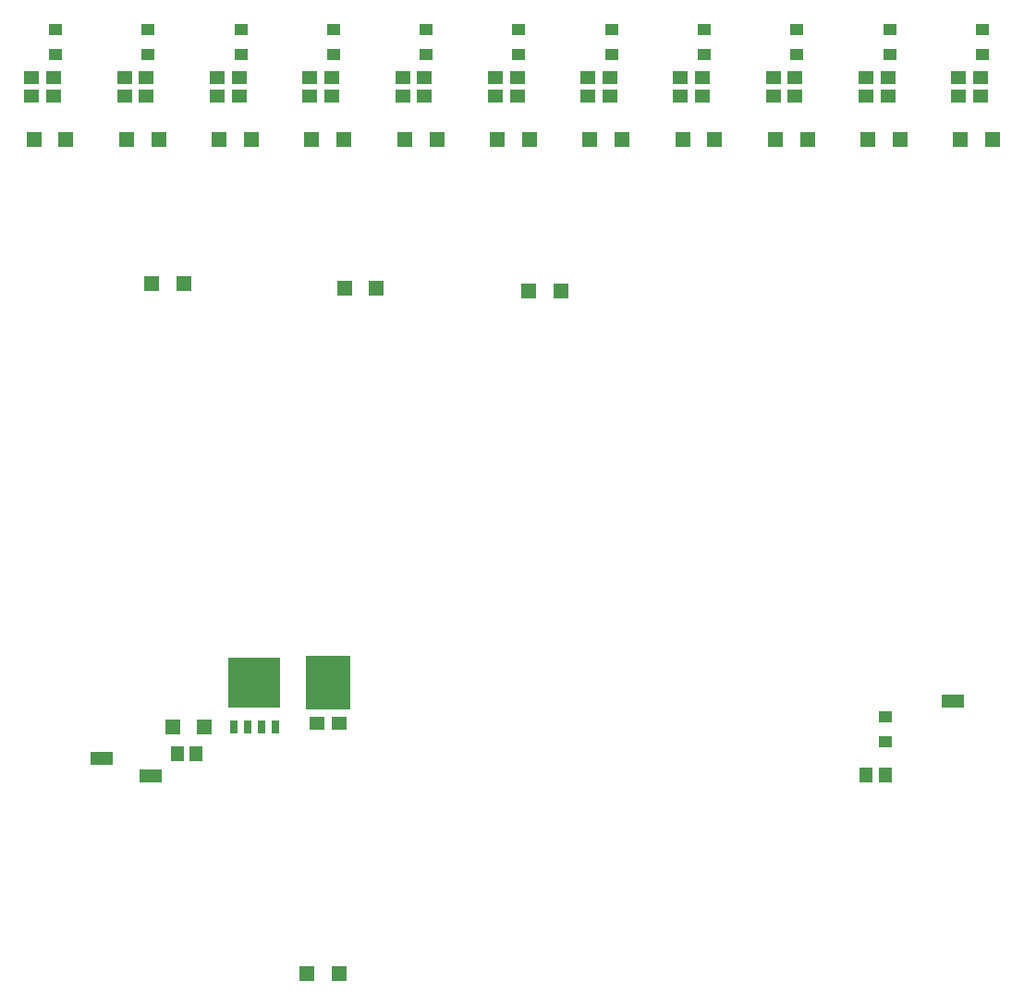
<source format=gbr>
%TF.GenerationSoftware,Altium Limited,Altium Designer,19.0.10 (269)*%
G04 Layer_Color=8421504*
%FSLAX26Y26*%
%MOIN*%
%TF.FileFunction,Paste,Top*%
%TF.Part,Single*%
G01*
G75*
%TA.AperFunction,SMDPad,CuDef*%
%ADD10R,0.053150X0.057087*%
%ADD11R,0.051181X0.043307*%
%ADD12R,0.053150X0.045276*%
%ADD13R,0.080709X0.045276*%
%ADD14R,0.045276X0.053150*%
%ADD15R,0.185039X0.181102*%
%ADD16R,0.027559X0.045276*%
%ADD17R,0.057087X0.051181*%
%ADD18R,0.163386X0.192913*%
D10*
X2787071Y3139000D02*
D03*
X2670929D02*
D03*
X1428622Y3167000D02*
D03*
X1312480D02*
D03*
X2122330Y3149999D02*
D03*
X2006189D02*
D03*
X1870108Y677000D02*
D03*
X1986249D02*
D03*
X1670943Y3686000D02*
D03*
X1554801D02*
D03*
X1336652D02*
D03*
X1220510D02*
D03*
X1002361D02*
D03*
X886220D02*
D03*
X2005233D02*
D03*
X1889092D02*
D03*
X3676686D02*
D03*
X3560545D02*
D03*
X4345267D02*
D03*
X4229126D02*
D03*
X4010977D02*
D03*
X3894835D02*
D03*
X2673814D02*
D03*
X2557673D02*
D03*
X2339524D02*
D03*
X2223382D02*
D03*
X3342396D02*
D03*
X3226254D02*
D03*
X3008105D02*
D03*
X2891963D02*
D03*
X1502362Y1564362D02*
D03*
X1386221D02*
D03*
D11*
X1967162Y3990724D02*
D03*
Y4081276D02*
D03*
X2301453Y3990724D02*
D03*
Y4081276D02*
D03*
X2635744Y3990724D02*
D03*
Y4081276D02*
D03*
X2970034Y3990724D02*
D03*
Y4081276D02*
D03*
X3304325Y3990724D02*
D03*
Y4081276D02*
D03*
X3638615Y3990724D02*
D03*
Y4081276D02*
D03*
X3972906Y3990724D02*
D03*
Y4081276D02*
D03*
X4307197Y3990724D02*
D03*
Y4081276D02*
D03*
X1632872Y3990724D02*
D03*
Y4081276D02*
D03*
X1298581Y3990724D02*
D03*
Y4081276D02*
D03*
X964291Y3990724D02*
D03*
Y4081276D02*
D03*
X3958308Y1601071D02*
D03*
Y1510520D02*
D03*
D12*
X879016Y3841276D02*
D03*
Y3910173D02*
D03*
X1213307Y3841276D02*
D03*
Y3910173D02*
D03*
X1547597Y3841276D02*
D03*
Y3910173D02*
D03*
X1881888Y3841276D02*
D03*
Y3910173D02*
D03*
X2216179Y3841276D02*
D03*
Y3910173D02*
D03*
X3887632Y3841276D02*
D03*
Y3910173D02*
D03*
X4221922Y3841276D02*
D03*
Y3910173D02*
D03*
X3553341Y3841276D02*
D03*
Y3910173D02*
D03*
X3219050Y3841276D02*
D03*
Y3910173D02*
D03*
X2884760Y3841276D02*
D03*
Y3910173D02*
D03*
X2550469Y3841276D02*
D03*
Y3910173D02*
D03*
X3632633Y3910174D02*
D03*
Y3841276D02*
D03*
X3966923Y3910174D02*
D03*
Y3841276D02*
D03*
X4301214Y3910174D02*
D03*
Y3841276D02*
D03*
X1961179Y3910174D02*
D03*
Y3841276D02*
D03*
X2295470Y3910174D02*
D03*
Y3841276D02*
D03*
X2629761Y3910174D02*
D03*
Y3841276D02*
D03*
X2964051Y3910174D02*
D03*
Y3841276D02*
D03*
X3298342Y3910174D02*
D03*
Y3841276D02*
D03*
X1626889Y3910174D02*
D03*
Y3841276D02*
D03*
X958308Y3910174D02*
D03*
Y3841276D02*
D03*
X1292598Y3910174D02*
D03*
Y3841276D02*
D03*
D13*
X1130000Y1451783D02*
D03*
X4200000Y1660000D02*
D03*
X1307000Y1389627D02*
D03*
D14*
X3889411Y1393000D02*
D03*
X3958308D02*
D03*
X1471740Y1469362D02*
D03*
X1402843D02*
D03*
D15*
X1681923Y1724173D02*
D03*
D16*
X1756923Y1566693D02*
D03*
X1706923D02*
D03*
X1656923D02*
D03*
X1606923D02*
D03*
D17*
X1906920Y1579055D02*
D03*
X1986920D02*
D03*
D18*
X1946920Y1725000D02*
D03*
%TF.MD5,8e93c13c920a55b48fa89b0bc001c4f7*%
M02*

</source>
